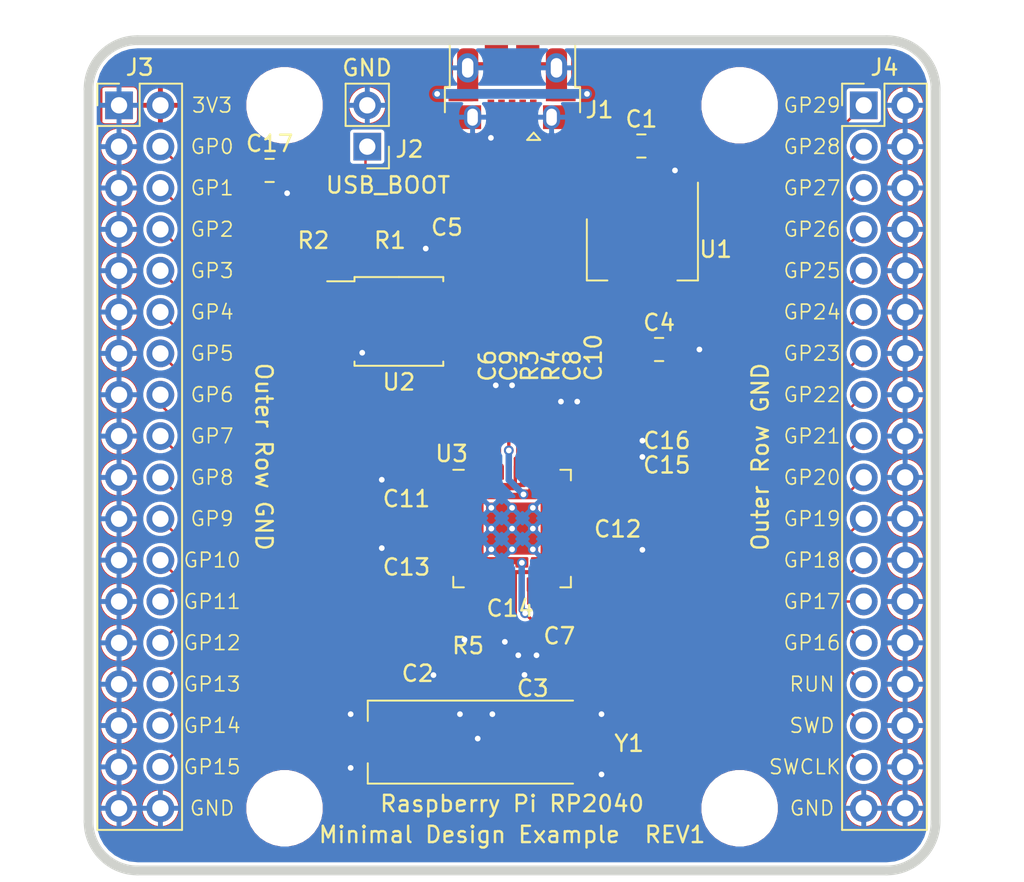
<source format=kicad_pcb>
(kicad_pcb (version 20221018) (generator pcbnew)
  (title_block (title "RP2040 Minimal Design Example") (date "2020-07-13") (rev "REV1") (company "Raspberry Pi (Trading) Ltd"))
  (layers (0 "F.Cu" signal) (31 "B.Cu" signal) (34 "B.Paste" user) (35 "F.Paste" user) (36 "B.SilkS" user "B.Silkscreen") (37 "F.SilkS" user "F.Silkscreen") (38 "B.Mask" user) (39 "F.Mask" user) (44 "Edge.Cuts" user))
  (net 0 "")
  (net 1 "GND")
  (net 2 "VBUS")
  (net 3 "/XIN")
  (net 4 "/XOUT")
  (net 5 "+3V3")
  (net 6 "+1V1")
  (net 7 "Net-(J1-Pad4)")
  (net 8 "/~{USB_BOOT}")
  (net 9 "/GPIO15")
  (net 10 "/GPIO14")
  (net 11 "/GPIO13")
  (net 12 "/GPIO12")
  (net 13 "/GPIO11")
  (net 14 "/GPIO10")
  (net 15 "/GPIO9")
  (net 16 "/GPIO8")
  (net 17 "/GPIO7")
  (net 18 "/GPIO6")
  (net 19 "/GPIO5")
  (net 20 "/GPIO4")
  (net 21 "/GPIO3")
  (net 22 "/GPIO2")
  (net 23 "/GPIO1")
  (net 24 "/GPIO0")
  (net 25 "/GPIO29_ADC3")
  (net 26 "/GPIO28_ADC2")
  (net 27 "/GPIO27_ADC1")
  (net 28 "/GPIO26_ADC0")
  (net 29 "/GPIO25")
  (net 30 "/GPIO24")
  (net 31 "/GPIO23")
  (net 32 "/GPIO22")
  (net 33 "/GPIO21")
  (net 34 "/GPIO20")
  (net 35 "/GPIO19")
  (net 36 "/GPIO18")
  (net 37 "/GPIO17")
  (net 38 "/GPIO16")
  (net 39 "/RUN")
  (net 40 "/SWD")
  (net 41 "/SWCLK")
  (net 42 "/QSPI_SS")
  (net 43 "Net-(R3-Pad2)")
  (net 44 "Net-(R4-Pad2)")
  (net 45 "/QSPI_SD3")
  (net 46 "/QSPI_SCLK")
  (net 47 "/QSPI_SD0")
  (net 48 "/QSPI_SD2")
  (net 49 "/QSPI_SD1")
  (net 50 "/USB_D+")
  (net 51 "/USB_D-")
  (net 52 "Net-(C3-Pad1)")
  (footprint "Capacitor_SMD:C_0805_2012Metric" (layer "F.Cu") (at 109.025 89)
    (fp_text reference "C4")
    (fp_text value "10u")
  )
  (footprint "RP2040_minimal:USB_Micro-B_Amphenol_10103594-0001LF_Horizontal_modified" (layer "F.Cu") (at 100 71.7 180)
    (fp_text reference "J1")
    (fp_text value "USB_B_Micro")
  )
  (footprint "Connector_PinHeader_2.54mm:PinHeader_1x02_P2.54mm_Vertical" (layer "F.Cu") (at 91.11 76.54 180)
    (fp_text reference "J2")
    (fp_text value "Conn_01x02")
  )
  (footprint "Connector_PinHeader_2.54mm:PinHeader_2x18_P2.54mm_Vertical" (layer "F.Cu") (at 75.87 74)
    (fp_text reference "J3")
    (fp_text value "Conn_02x18_Odd_Even")
  )
  (footprint "Capacitor_SMD:C_0402_1005Metric" (layer "F.Cu") (at 104 93.515 90)
    (fp_text reference "C10")
    (fp_text value "1u")
  )
  (footprint "Capacitor_SMD:C_0402_1005Metric" (layer "F.Cu") (at 103 93.515 90)
    (fp_text reference "C8")
    (fp_text value "1u")
  )
  (footprint "Capacitor_SMD:C_0402_1005Metric" (layer "F.Cu") (at 93.515 101.2 180)
    (fp_text reference "C13")
    (fp_text value "100n")
  )
  (footprint "Capacitor_SMD:C_0402_1005Metric" (layer "F.Cu") (at 96.185 82.83 180)
    (fp_text reference "C5")
    (fp_text value "100n")
  )
  (footprint "Capacitor_SMD:C_0402_1005Metric" (layer "F.Cu") (at 89.5 82.315 -90)
    (fp_text reference "R2")
    (fp_text value "DNF")
  )
  (footprint "Connector_PinHeader_2.54mm:PinHeader_2x18_P2.54mm_Vertical" (layer "F.Cu") (at 121.59 74)
    (fp_text reference "J4")
    (fp_text value "Conn_02x18_Odd_Even")
  )
  (footprint "Package_TO_SOT_SMD:SOT-223-3_TabPin2" (layer "F.Cu") (at 108 82.85 -90)
    (fp_text reference "U1")
    (fp_text value "NCP1117-3.3_SOT223")
  )
  (footprint "Package_SO:SOIC-8_5.23x5.23mm_P1.27mm" (layer "F.Cu") (at 93.05 87.275)
    (fp_text reference "U2")
    (fp_text value "W25Q128JVS")
  )
  (footprint "Capacitor_SMD:C_0402_1005Metric" (layer "F.Cu") (at 99.485 109)
    (fp_text reference "C3")
    (fp_text value "27p")
  )
  (footprint "Capacitor_SMD:C_0402_1005Metric" (layer "F.Cu") (at 91 82.315 90)
    (fp_text reference "R1")
    (fp_text value "1k")
  )
  (footprint "Capacitor_SMD:C_0402_1005Metric" (layer "F.Cu") (at 100 92.515 90)
    (fp_text reference "C9")
    (fp_text value "100n")
  )
  (footprint "Capacitor_SMD:C_0402_1005Metric" (layer "F.Cu") (at 106.485 101.2)
    (fp_text reference "C12")
    (fp_text value "100n")
  )
  (footprint "Capacitor_SMD:C_0402_1005Metric" (layer "F.Cu") (at 100.381 106.485 -90)
    (fp_text reference "C14")
    (fp_text value "100n")
  )
  (footprint "Capacitor_SMD:C_0402_1005Metric" (layer "F.Cu") (at 101 93.515 -90)
    (fp_text reference "R3")
    (fp_text value "27")
  )
  (footprint "Capacitor_SMD:C_0402_1005Metric" (layer "F.Cu") (at 101.5 106.485 -90)
    (fp_text reference "C7")
    (fp_text value "100n")
  )
  (footprint "Capacitor_SMD:C_0805_2012Metric" (layer "F.Cu") (at 107.9375 76.5)
    (fp_text reference "C1")
    (fp_text value "10u")
  )
  (footprint "Capacitor_SMD:C_0402_1005Metric" (layer "F.Cu") (at 93.515 97 180)
    (fp_text reference "C11")
    (fp_text value "100n")
  )
  (footprint "Capacitor_SMD:C_0402_1005Metric" (layer "F.Cu") (at 106.485 94.6)
    (fp_text reference "C16")
    (fp_text value "100n")
  )
  (footprint "RP2040_minimal:RP2040-QFN-56" (layer "F.Cu") (at 100 100)
    (fp_text reference "U3")
    (fp_text value "RP2040")
  )
  (footprint "Capacitor_SMD:C_0402_1005Metric" (layer "F.Cu") (at 96.515 109 180)
    (fp_text reference "C2")
    (fp_text value "27p")
  )
  (footprint "MountingHole:MountingHole_2.7mm_M2.5" (layer "F.Cu") (at 113.97 74)
    (fp_text reference "H2" hide)
    (fp_text value "MountingHole")
  )
  (footprint "Capacitor_SMD:C_0402_1005Metric" (layer "F.Cu") (at 102 93.515 -90)
    (fp_text reference "R4")
    (fp_text value "27")
  )
  (footprint "MountingHole:MountingHole_2.7mm_M2.5" (layer "F.Cu") (at 113.97 117.18)
    (fp_text reference "H3" hide)
    (fp_text value "MountingHole")
  )
  (footprint "Capacitor_SMD:C_0402_1005Metric" (layer "F.Cu") (at 99 92.515 90)
    (fp_text reference "C6")
    (fp_text value "100n")
  )
  (footprint "Capacitor_SMD:C_0402_1005Metric" (layer "F.Cu") (at 106.485 96)
    (fp_text reference "C15")
    (fp_text value "100n")
  )
  (footprint "Capacitor_SMD:C_0402_1005Metric" (layer "F.Cu") (at 98.7 107.115 -90)
    (fp_text reference "R5")
    (fp_text value "1k")
  )
  (footprint "MountingHole:MountingHole_2.7mm_M2.5" (layer "F.Cu") (at 86.03 74)
    (fp_text reference "H1" hide)
    (fp_text value "MountingHole")
  )
  (footprint "MountingHole:MountingHole_2.7mm_M2.5" (layer "F.Cu") (at 86.03 117.18)
    (fp_text reference "H4" hide)
    (fp_text value "MountingHole")
  )
  (footprint "RP2040_minimal:Crystal_SMD_HC49-US" (layer "F.Cu") (at 97.841 113.116)
    (fp_text reference "Y1")
    (fp_text value "ABLS-12.000MHZ-B4-T")
  )
  (footprint "Capacitor_SMD:C_0805_2012Metric" (layer "F.Cu") (at 85.115 78)
    (fp_text reference "C17")
    (fp_text value "10u")
  )
  (gr_line (start 123 121) (end 77 121) (stroke (width 0.6)) (layer "Edge.Cuts"))
  (gr_line (start 126 73) (end 126 118) (stroke (width 0.6)) (layer "Edge.Cuts"))
  (gr_line (start 77 70) (end 123 70) (stroke (width 0.6)) (layer "Edge.Cuts"))
  (gr_line (start 74 118) (end 74 73) (stroke (width 0.6)) (layer "Edge.Cuts"))
  (gr_arc (start 77 121) (mid 74.87868 120.12132) (end 74 118) (stroke (width 0.6)) (layer "Edge.Cuts"))
  (gr_arc (start 74 73) (mid 74.87868 70.87868) (end 77 70) (stroke (width 0.6)) (layer "Edge.Cuts"))
  (gr_arc (start 123 70) (mid 125.12132 70.87868) (end 126 73) (stroke (width 0.6)) (layer "Edge.Cuts"))
  (gr_arc (start 126 118) (mid 125.12132 120.12132) (end 123 121) (stroke (width 0.6)) (layer "Edge.Cuts"))
  (gr_text "GP1" (at 81.585 79.08) (layer "F.SilkS") (effects (font (size 0.9 0.9) (thickness 0.1))))
  (gr_text "GP2" (at 81.585 81.62) (layer "F.SilkS") (effects (font (size 0.9 0.9) (thickness 0.1))))
  (gr_text "GP3" (at 81.585 84.16) (layer "F.SilkS") (effects (font (size 0.9 0.9) (thickness 0.1))))
  (gr_text "GP4" (at 81.585 86.7) (layer "F.SilkS") (effects (font (size 0.9 0.9) (thickness 0.1))))
  (gr_text "GP5" (at 81.585 89.24) (layer "F.SilkS") (effects (font (size 0.9 0.9) (thickness 0.1))))
  (gr_text "GP6" (at 81.585 91.78) (layer "F.SilkS") (effects (font (size 0.9 0.9) (thickness 0.1))))
  (gr_text "GP7" (at 81.585 94.32) (layer "F.SilkS") (effects (font (size 0.9 0.9) (thickness 0.1))))
  (gr_text "GP8" (at 81.585 96.86) (layer "F.SilkS") (effects (font (size 0.9 0.9) (thickness 0.1))))
  (gr_text "GP9" (at 81.585 99.4) (layer "F.SilkS") (effects (font (size 0.9 0.9) (thickness 0.1))))
  (gr_text "GP11" (at 81.585 104.48) (layer "F.SilkS") (effects (font (size 0.9 0.9) (thickness 0.1))))
  (gr_text "GP10" (at 81.585 101.94) (layer "F.SilkS") (effects (font (size 0.9 0.9) (thickness 0.1))))
  (gr_text "GP12" (at 81.585 107.02) (layer "F.SilkS") (effects (font (size 0.9 0.9) (thickness 0.1))))
  (gr_text "GP13" (at 81.585 109.56) (layer "F.SilkS") (effects (font (size 0.9 0.9) (thickness 0.1))))
  (gr_text "GP15" (at 81.585 114.64) (layer "F.SilkS") (effects (font (size 0.9 0.9) (thickness 0.1))))
  (gr_text "GP14" (at 81.585 112.1) (layer "F.SilkS") (effects (font (size 0.9 0.9) (thickness 0.1))))
  (gr_text "GP28" (at 118.415 76.54) (layer "F.SilkS") (effects (font (size 0.9 0.9) (thickness 0.1))))
  (gr_text "GP27" (at 118.415 79.08) (layer "F.SilkS") (effects (font (size 0.9 0.9) (thickness 0.1))))
  (gr_text "GP26" (at 118.415 81.62) (layer "F.SilkS") (effects (font (size 0.9 0.9) (thickness 0.1))))
  (gr_text "GP25" (at 118.415 84.16) (layer "F.SilkS") (effects (font (size 0.9 0.9) (thickness 0.1))))
  (gr_text "GP24" (at 118.415 86.7) (layer "F.SilkS") (effects (font (size 0.9 0.9) (thickness 0.1))))
  (gr_text "GP23" (at 118.415 89.24) (layer "F.SilkS") (effects (font (size 0.9 0.9) (thickness 0.1))))
  (gr_text "GP21" (at 118.415 94.32) (layer "F.SilkS") (effects (font (size 0.9 0.9) (thickness 0.1))))
  (gr_text "GP20" (at 118.415 96.86) (layer "F.SilkS") (effects (font (size 0.9 0.9) (thickness 0.1))))
  (gr_text "GP19" (at 118.415 99.4) (layer "F.SilkS") (effects (font (size 0.9 0.9) (thickness 0.1))))
  (gr_text "GP17" (at 118.415 104.48) (layer "F.SilkS") (effects (font (size 0.9 0.9) (thickness 0.1))))
  (gr_text "GP22" (at 118.415 91.78) (layer "F.SilkS") (effects (font (size 0.9 0.9) (thickness 0.1))))
  (gr_text "GP18" (at 118.415 101.94) (layer "F.SilkS") (effects (font (size 0.9 0.9) (thickness 0.1))))
  (gr_text "SWCLK" (at 117.9705 114.64) (layer "F.SilkS") (effects (font (size 0.9 0.9) (thickness 0.1))))
  (gr_text "SWD" (at 118.415 112.1) (layer "F.SilkS") (effects (font (size 0.9 0.9) (thickness 0.1))))
  (gr_text "GP16" (at 118.415 107.02) (layer "F.SilkS") (effects (font (size 0.9 0.9) (thickness 0.1))))
  (gr_text "RUN" (at 118.415 109.56) (layer "F.SilkS") (effects (font (size 0.9 0.9) (thickness 0.1))))
  (gr_text "GND" (at 81.585 117.18) (layer "F.SilkS") (effects (font (size 0.9 0.9) (thickness 0.1))))
  (gr_text "GND" (at 118.415 117.18) (layer "F.SilkS") (effects (font (size 0.9 0.9) (thickness 0.1))))
  (gr_text "GP29" (at 118.415 74) (layer "F.SilkS") (effects (font (size 0.9 0.9) (thickness 0.1))))
  (gr_text "Outer Row GND" (at 84.76 95.59 270) (layer "F.SilkS") (effects (font (size 1 1))))
  (gr_text "Outer Row GND" (at 115.24 95.59 90) (layer "F.SilkS") (effects (font (size 1 1))))
  (gr_text "Raspberry Pi RP2040" (at 100 116.9) (layer "F.SilkS") (effects (font (size 1 1))))
  (gr_text "\nUSB_BOOT" (at 92.38 78.1) (layer "F.SilkS") (effects (font (size 1 1))))
  (gr_text "GP0" (at 81.585 76.54) (layer "F.SilkS") (effects (font (size 0.9 0.9) (thickness 0.1))))
  (gr_text "GND" (at 91.1 71.7) (layer "F.SilkS") (effects (font (size 1 1))))
  (gr_text "3V3" (at 81.585 74) (layer "F.SilkS") (effects (font (size 0.9 0.9) (thickness 0.1))))
  (gr_text "Minimal Design Example  REV1" (at 100 118.8) (layer "F.SilkS") (effects (font (size 1 1))))
  (segment (start 93.03 101.2) (end 92 101.2) (width 0.2) (layer "F.Cu") (net 1))
  (segment (start 100.381 107.781984) (end 100.380994 107.78199) (width 0.2) (layer "F.Cu") (net 1))
  (segment (start 95.7 82.83) (end 95.405 82.83) (width 0.2) (layer "F.Cu") (net 1))
  (segment (start 99.97 109) (end 100.7505 109) (width 0.15) (layer "F.Cu") (net 1))
  (segment (start 99 104.6545) (end 97.079 106.5755) (width 0.15) (layer "F.Cu") (net 1))
  (segment (start 108.875 76.875) (end 110 78) (width 0.2) (layer "F.Cu") (net 1))
  (segment (start 95.405 82.83) (end 95.375 82.8) (width 0.2) (layer "F.Cu") (net 1))
  (segment (start 99.97 108.68) (end 99.5555 108.2655) (width 0.15) (layer "F.Cu") (net 1))
  (segment (start 107.6 96) (end 108 95.6) (width 0.15) (layer "F.Cu") (net 1))
  (segment (start 103 93.03) (end 103 92.2) (width 0.2) (layer "F.Cu") (net 1))
  (segment (start 106.97 96) (end 107.6 96) (width 0.15) (layer "F.Cu") (net 1))
  (segment (start 96.03 109) (end 95.174 109) (width 0.2) (layer "F.Cu") (net 1))
  (segment (start 98.7 74.6) (end 98.7 76) (width 0.2) (layer "F.Cu") (net 1))
  (segment (start 101.5 106.97) (end 101.5 107.782004) (width 0.2) (layer "F.Cu") (net 1))
  (segment (start 89.45 89.18) (end 90.78 89.18) (width 0.2) (layer "F.Cu") (net 1))
  (segment (start 93.03 97) (end 92 97) (width 0.2) (layer "F.Cu") (net 1))
  (segment (start 110.3 78.3) (end 110 78) (width 0.2) (layer "F.Cu") (net 1))
  (segment (start 108.875 76.5) (end 108.875 76.875) (width 0.2) (layer "F.Cu") (net 1))
  (segment (start 97.54 71.45) (end 97.27 71.72) (width 0.2) (layer "F.Cu") (net 1))
  (segment (start 107.075 101.305) (end 108 101.305) (width 0.2) (layer "F.Cu") (net 1))
  (segment (start 90.78 89.18) (end 90.8 89.2) (width 0.2) (layer "F.Cu") (net 1))
  (segment (start 100 92.03) (end 100 91.2) (width 0.2) (layer "F.Cu") (net 1))
  (segment (start 86.14 78) (end 86.14 79.25) (width 0.15) (layer "F.Cu") (net 1))
  (segment (start 86.14 78.95) (end 86.19 79) (width 0.15) (layer "F.Cu") (net 1))
  (segment (start 99.04 71.45) (end 97.54 71.45) (width 0.2) (layer "F.Cu") (net 1))
  (segment (start 110.05 89) (end 111.5 89) (width 0.2) (layer "F.Cu") (net 1))
  (segment (start 100.96 71.45) (end 102.46 71.45) (width 0.2) (layer "F.Cu") (net 1))
  (segment (start 102.46 71.45) (end 102.73 71.72) (width 0.2) (layer "F.Cu") (net 1))
  (segment (start 106.97 94.6) (end 108 94.6) (width 0.2) (layer "F.Cu") (net 1))
  (segment (start 99.97 109) (end 99.97 108.68) (width 0.15) (layer "F.Cu") (net 1))
  (segment (start 95.375 82.8) (end 94.7 82.8) (width 0.2) (layer "F.Cu") (net 1))
  (segment (start 100.381 106.97) (end 100.381 107.781984) (width 0.2) (layer "F.Cu") (net 1))
  (segment (start 99 92.03) (end 99 91.200008) (width 0.2) (layer "F.Cu") (net 1))
  (segment (start 99 113.35) (end 99 114.4) (width 0.2) (layer "F.Cu") (net 1))
  (segment (start 104 93.03) (end 104 92.2) (width 0.2) (layer "F.Cu") (net 1))
  (segment (start 96.8 111.65) (end 96.8 110.599974) (width 0.2) (layer "F.Cu") (net 1))
  (segment (start 99 103.4375) (end 99 104.6545) (width 0.15) (layer "F.Cu") (net 1))
  (segment (start 110.3 79.7) (end 110.3 78.3) (width 0.2) (layer "F.Cu") (net 1))
  (segment (start 99.5555 108.2655) (end 99.5555 108.0995) (width 0.15) (layer "F.Cu") (net 1))
  (segment (start 86.19 79) (end 86.19 79.1) (width 0.15) (layer "F.Cu") (net 1))
  (segment (start 97.079 106.5755) (end 97.079 106.8295) (width 0.15) (layer "F.Cu") (net 1))
  (segment (start 106.97 101.2) (end 107.075 101.305) (width 0.2) (layer "F.Cu") (net 1))
  (segment (start 100.7505 109) (end 100.762 108.9885) (width 0.15) (layer "F.Cu") (net 1))
  (via (at 99.5555 106.9565) (size 0.6) (drill 0.35) (layers "F.Cu" "B.Cu") (net 1))
  (via (at 97.89 112.9) (size 0.6) (drill 0.35) (layers "F.Cu" "B.Cu") (net 1))
  (via (at 98.79 111.4) (size 0.6) (drill 0.35) (layers "F.Cu" "B.Cu") (net 1))
  (via (at 90.09 114.7) (size 0.6) (drill 0.35) (layers "F.Cu" "B.Cu") (net 1))
  (via (at 90.09 111.4) (size 0.6) (drill 0.35) (layers "F.Cu" "B.Cu") (net 1))
  (via (at 105.49 111.4) (size 0.6) (drill 0.35) (layers "F.Cu" "B.Cu") (net 1))
  (via (at 95.174 109) (size 0.6) (drill 0.35) (layers "F.Cu" "B.Cu") (net 1))
  (via (at 105.49 115.1) (size 0.6) (drill 0.35) (layers "F.Cu" "B.Cu") (net 1))
  (via (at 90.8 89.2) (size 0.6) (drill 0.35) (layers "F.Cu" "B.Cu") (net 1))
  (via (at 110 78) (size 0.6) (drill 0.35) (layers "F.Cu" "B.Cu") (net 1))
  (via (at 101.5 107.782004) (size 0.6) (drill 0.35) (layers "F.Cu" "B.Cu") (net 1))
  (via (at 98.7 76) (size 0.6) (drill 0.35) (layers "F.Cu" "B.Cu") (net 1))
  (via (at 97.079 106.8295) (size 0.6) (drill 0.35) (layers "F.Cu" "B.Cu") (net 1))
  (via (at 86.19 79.4) (size 0.6) (drill 0.35) (layers "F.Cu" "B.Cu") (net 1))
  (via (at 111.5 89) (size 0.6) (drill 0.35) (layers "F.Cu" "B.Cu") (net 1))
  (via (at 100.762 108.9885) (size 0.6) (drill 0.35) (layers "F.Cu" "B.Cu") (net 1))
  (via (at 103 92.2) (size 0.6) (drill 0.35) (layers "F.Cu" "B.Cu") (net 1))
  (via (at 100 91.2) (size 0.6) (drill 0.35) (layers "F.Cu" "B.Cu") (net 1))
  (via (at 94.7 82.8) (size 0.6) (drill 0.35) (layers "F.Cu" "B.Cu") (net 1))
  (via (at 108 94.6) (size 0.6) (drill 0.35) (layers "F.Cu" "B.Cu") (net 1))
  (via (at 104 92.2) (size 0.6) (drill 0.35) (layers "F.Cu" "B.Cu") (net 1))
  (via (at 100.380994 107.78199) (size 0.6) (drill 0.35) (layers "F.Cu" "B.Cu") (net 1))
  (via (at 92 97) (size 0.6) (drill 0.35) (layers "F.Cu" "B.Cu") (net 1))
  (via (at 108 101.305) (size 0.6) (drill 0.35) (layers "F.Cu" "B.Cu") (net 1))
  (via (at 99 91.200008) (size 0.6) (drill 0.35) (layers "F.Cu" "B.Cu") (net 1))
  (via (at 92 101.2) (size 0.6) (drill 0.35) (layers "F.Cu" "B.Cu") (net 1))
  (via (at 96.8 111.4) (size 0.6) (drill 0.35) (layers "F.Cu" "B.Cu") (net 1))
  (via (at 108 95.6) (size 0.6) (drill 0.35) (layers "F.Cu" "B.Cu") (net 1))
  (segment (start 104 93) (end 103.8 93) (width 0.2) (layer "B.Cu") (net 1))
  (segment (start 103.8 93) (end 103.299999 92.499999) (width 0.2) (layer "B.Cu") (net 1))
  (segment (start 103.299999 92.499999) (end 103 92.2) (width 0.2) (layer "B.Cu") (net 1))
  (segment (start 101.3 75.5) (end 102.1 76.3) (width 0.4) (layer "F.Cu") (net 2))
  (segment (start 101.3 74.525) (end 101.3 75.5) (width 0.4) (layer "F.Cu") (net 2))
  (segment (start 97.6505 111.7825) (end 96.317 113.116) (width 0.15) (layer "F.Cu") (net 3))
  (segment (start 96.317 113.116) (end 93.341 113.116) (width 0.15) (layer "F.Cu") (net 3))
  (segment (start 99.4 104.937861) (end 97.8 106.537861) (width 0.15) (layer "F.Cu") (net 3))
  (segment (start 97.8 108.2) (end 97 109) (width 0.15) (layer "F.Cu") (net 3))
  (segment (start 99.4 103.4375) (end 99.4 104.937861) (width 0.15) (layer "F.Cu") (net 3))
  (segment (start 97 109) (end 97.6505 109.6505) (width 0.15) (layer "F.Cu") (net 3))
  (segment (start 97.8 106.537861) (end 97.8 108.2) (width 0.15) (layer "F.Cu") (net 3))
  (segment (start 97.6505 109.6505) (end 97.6505 111.7825) (width 0.15) (layer "F.Cu") (net 3))
  (segment (start 99.8 105.1) (end 98.7 106.2) (width 0.15) (layer "F.Cu") (net 4))
  (segment (start 99.8 103.4375) (end 99.8 105.1) (width 0.15) (layer "F.Cu") (net 4))
  (segment (start 98.7 106.2) (end 98.7 106.63) (width 0.15) (layer "F.Cu") (net 4))
  (segment (start 100.350001 95.549999) (end 100.2 95.7) (width 0.2) (layer "F.Cu") (net 5))
  (segment (start 100.701 106) (end 100.9525 106.2515) (width 0.15) (layer "F.Cu") (net 5))
  (segment (start 96.5625 97.4) (end 97.4 97.4) (width 0.2) (layer "F.Cu") (net 5))
  (segment (start 100.6 97.2) (end 100.4 97.4) (width 0.2) (layer "F.Cu") (net 5))
  (segment (start 102.2 96.5625) (end 102.2 96.1) (width 0.2) (layer "F.Cu") (net 5))
  (segment (start 100.350001 94.112535) (end 100.350001 95.549999) (width 0.2) (layer "F.Cu") (net 5))
  (segment (start 103.4375 101) (end 105.8 101) (width 0.2) (layer "F.Cu") (net 5))
  (segment (start 101.096505 108.307005) (end 102.141995 108.307005) (width 0.15) (layer "F.Cu") (net 5))
  (segment (start 96.65 85.37) (end 96.65 82.85) (width 0.2) (layer "F.Cu") (net 5))
  (segment (start 100.2 103.4375) (end 100.2 102.8) (width 0.2) (layer "F.Cu") (net 5))
  (segment (start 103.4375 97.4) (end 102.6 97.4) (width 0.2) (layer "F.Cu") (net 5))
  (segment (start 103.4375 101) (end 102.6 101) (width 0.2) (layer "F.Cu") (net 5))
  (segment (start 102.2 97.2) (end 102.4 97.4) (width 0.2) (layer "F.Cu") (net 5))
  (segment (start 100.9525 108.163) (end 101.096505 108.307005) (width 0.15) (layer "F.Cu") (net 5))
  (segment (start 102.2 96.5625) (end 102.2 97.2) (width 0.2) (layer "F.Cu") (net 5))
  (segment (start 96.5625 97.4) (end 95.7 97.4) (width 0.2) (layer "F.Cu") (net 5))
  (segment (start 100.2 95.7) (end 100.2 96.5625) (width 0.2) (layer "F.Cu") (net 5))
  (segment (start 100 93.762534) (end 100.350001 94.112535) (width 0.2) (layer "F.Cu") (net 5))
  (segment (start 96.5625 101) (end 97.4 101) (width 0.2) (layer "F.Cu") (net 5))
  (segment (start 100.6 96.5625) (end 100.6 95.799998) (width 0.2) (layer "F.Cu") (net 5))
  (segment (start 100.9525 106.2515) (end 100.9525 108.163) (width 0.15) (layer "F.Cu") (net 5))
  (segment (start 96.65 82.85) (end 96.67 82.83) (width 0.2) (layer "F.Cu") (net 5))
  (segment (start 100.2 103.4375) (end 100.2 105.5055) (width 0.2) (layer "F.Cu") (net 5))
  (segment (start 108 86) (end 108 89) (width 0.2) (layer "F.Cu") (net 5))
  (segment (start 100.6 95.799998) (end 100.350001 95.549999) (width 0.2) (layer "F.Cu") (net 5))
  (segment (start 100.381 105.6865) (end 100.381 106) (width 0.2) (layer "F.Cu") (net 5))
  (segment (start 74.7 72.9) (end 74.7 75.2) (width 0.3) (layer "F.Cu") (net 5))
  (segment (start 100.6 96.5625) (end 100.6 97.2) (width 0.2) (layer "F.Cu") (net 5))
  (segment (start 100 93) (end 100 93.762534) (width 0.2) (layer "F.Cu") (net 5))
  (segment (start 105.8 101) (end 106 101.2) (width 0.2) (layer "F.Cu") (net 5))
  (segment (start 100.381 106) (end 100.701 106) (width 0.15) (layer "F.Cu") (net 5))
  (segment (start 102.2 96.1) (end 103.6 94.7) (width 0.2) (layer "F.Cu") (net 5))
  (segment (start 100.2 102.8) (end 100 102.6) (width 0.2) (layer "F.Cu") (net 5))
  (segment (start 100.2 96.5625) (end 100.2 97.4) (width 0.2) (layer "F.Cu") (net 5))
  (segment (start 100.2 105.5055) (end 100.381 105.6865) (width 0.2) (layer "F.Cu") (net 5))
  (segment (start 94.2 101) (end 94 101.2) (width 0.2) (layer "F.Cu") (net 5))
  (segment (start 96.5625 101) (end 94.2 101) (width 0.2) (layer "F.Cu") (net 5))
  (segment (start 102.6 96.5625) (end 102.6 97.4) (width 0.2) (layer "F.Cu") (net 5))
  (segment (start 100.2 97.4) (end 100.2 97) (width 0.2) (layer "F.Cu") (net 5))
  (via (at 95.4 73.3) (size 0.6) (drill 0.35) (layers "F.Cu" "B.Cu") (net 5))
  (via (at 104.6 73.3) (size 0.6) (drill 0.35) (layers "F.Cu" "B.Cu") (net 5))
  (segment (start 104.6 73.3) (end 95.4 73.3) (width 0.6) (layer "B.Cu") (net 5))
  (segment (start 99.8 96.5625) (end 99.8 95.199994) (width 0.2) (layer "F.Cu") (net 6))
  (segment (start 101.5 105.9) (end 100.8 105.2) (width 0.2) (layer "F.Cu") (net 6))
  (segment (start 101.8 95.8) (end 103 94.6) (width 0.2) (layer "F.Cu") (net 6))
  (segment (start 99.8 94.095) (end 99.8 94.77573) (width 0.2) (layer "F.Cu") (net 6))
  (segment (start 103 94.6) (end 103 94) (width 0.2) (layer "F.Cu") (net 6))
  (segment (start 99 93) (end 99 93.295) (width 0.2) (layer "F.Cu") (net 6))
  (segment (start 101.8 96.5625) (end 101.8 97.4) (width 0.2) (layer "F.Cu") (net 6))
  (segment (start 99 93.295) (end 99.8 94.095) (width 0.2) (layer "F.Cu") (net 6))
  (segment (start 100.6 105) (end 100.8 105.2) (width 0.2) (layer "F.Cu") (net 6))
  (segment (start 99.8 94.77573) (end 99.8 95.199994) (width 0.2) (layer "F.Cu") (net 6))
  (segment (start 101.8 96.5625) (end 101.8 95.8) (width 0.2) (layer "F.Cu") (net 6))
  (segment (start 100.6 103.4375) (end 100.6 105) (width 0.2) (layer "F.Cu") (net 6))
  (segment (start 100.4 98) (end 100.5 97.9) (width 0.15) (layer "F.Cu") (net 6))
  (segment (start 100.5 97.9) (end 100.7 97.9) (width 0.15) (layer "F.Cu") (net 6))
  (segment (start 101.5 106) (end 101.5 105.9) (width 0.2) (layer "F.Cu") (net 6))
  (via (at 99.8 95.199994) (size 0.6) (drill 0.35) (layers "F.Cu" "B.Cu") (net 6))
  (via (at 100.59997 102.1) (size 0.6) (drill 0.35) (layers "F.Cu" "B.Cu") (net 6))
  (via (at 100.7 97.9) (size 0.6) (drill 0.35) (layers "F.Cu" "B.Cu") (net 6))
  (via (at 100.8 105.2) (size 0.6) (drill 0.35) (layers "F.Cu" "B.Cu") (net 6))
  (segment (start 99.8 95.199994) (end 99.8 97.01) (width 0.4) (layer "B.Cu") (net 6))
  (segment (start 100.59 104.99) (end 100.59 102.10997) (width 0.4) (layer "B.Cu") (net 6))
  (segment (start 100.8 105.2) (end 100.59 104.99) (width 0.4) (layer "B.Cu") (net 6))
  (segment (start 100.69 97.9) (end 100.7 97.9) (width 0.4) (layer "B.Cu") (net 6))
  (segment (start 100.59 102.10997) (end 100.59997 102.1) (width 0.4) (layer "B.Cu") (net 6))
  (segment (start 99.8 97.01) (end 100.69 97.9) (width 0.4) (layer "B.Cu") (net 6))
  (segment (start 91 81.83) (end 91 76.65) (width 0.15) (layer "F.Cu") (net 8))
  (segment (start 91 76.65) (end 91.11 76.54) (width 0.15) (layer "F.Cu") (net 8))
  (segment (start 96.687861 106.35) (end 86.7 106.35) (width 0.15) (layer "F.Cu") (net 9))
  (segment (start 98.6 103.4375) (end 98.6 104.437861) (width 0.15) (layer "F.Cu") (net 9))
  (segment (start 98.6 104.437861) (end 96.687861 106.35) (width 0.15) (layer "F.Cu") (net 9))
  (segment (start 86.7 106.35) (end 78.41 114.64) (width 0.15) (layer "F.Cu") (net 9))
  (segment (start 98.2 103.4375) (end 98.2 104.19) (width 0.15) (layer "F.Cu") (net 10))
  (segment (start 96.675 105.715) (end 84.795 105.715) (width 0.15) (layer "F.Cu") (net 10))
  (segment (start 98.2 104.19) (end 96.675 105.715) (width 0.15) (layer "F.Cu") (net 10))
  (segment (start 84.795 105.715) (end 78.41 112.1) (width 0.15) (layer "F.Cu") (net 10))
  (segment (start 82.89 105.08) (end 78.41 109.56) (width 0.15) (layer "F.Cu") (net 11))
  (segment (start 97.8 103.4375) (end 97.8 103.875) (width 0.15) (layer "F.Cu") (net 11))
  (segment (start 96.595 105.08) (end 82.89 105.08) (width 0.15) (layer "F.Cu") (net 11))
  (segment (start 97.8 103.875) (end 96.595 105.08) (width 0.15) (layer "F.Cu") (net 11))
  (segment (start 80.985 104.445) (end 78.41 107.02) (width 0.15) (layer "F.Cu") (net 12))
  (segment (start 97.0975 103.5375) (end 96.19 104.445) (width 0.15) (layer "F.Cu") (net 12))
  (segment (start 97.4 103.4375) (end 97.3 103.5375) (width 0.15) (layer "F.Cu") (net 12))
  (segment (start 96.19 104.445) (end 80.985 104.445) (width 0.15) (layer "F.Cu") (net 12))
  (segment (start 97.3 103.5375) (end 97.0975 103.5375) (width 0.15) (layer "F.Cu") (net 12))
  (segment (start 94.92 103.81) (end 79.08 103.81) (width 0.15) (layer "F.Cu") (net 13))
  (segment (start 79.08 103.81) (end 78.41 104.48) (width 0.15) (layer "F.Cu") (net 13))
  (segment (start 96.5625 102.6) (end 96.13 102.6) (width 0.15) (layer "F.Cu") (net 13))
  (segment (start 96.13 102.6) (end 94.92 103.81) (width 0.15) (layer "F.Cu") (net 13))
  (segment (start 79.645 103.175) (end 78.41 101.94) (width 0.15) (layer "F.Cu") (net 14))
  (segment (start 96.5625 102.2) (end 95.26 102.2) (width 0.15) (layer "F.Cu") (net 14))
  (segment (start 95.26 102.2) (end 94.285 103.175) (width 0.15) (layer "F.Cu") (net 14))
  (segment (start 94.285 103.175) (end 79.645 103.175) (width 0.15) (layer "F.Cu") (net 14))
  (segment (start 96.5625 101.8) (end 95.025 101.8) (width 0.15) (layer "F.Cu") (net 15))
  (segment (start 81.55 102.54) (end 78.41 99.4) (width 0.15) (layer "F.Cu") (net 15))
  (segment (start 95.025 101.8) (end 94.285 102.54) (width 0.15) (layer "F.Cu") (net 15))
  (segment (start 94.285 102.54) (end 81.55 102.54) (width 0.15) (layer "F.Cu") (net 15))
  (segment (start 94.285 101.905) (end 83.455 101.905) (width 0.15) (layer "F.Cu") (net 16))
  (segment (start 83.455 101.905) (end 78.41 96.86) (width 0.15) (layer "F.Cu") (net 16))
  (segment (start 96.5625 101.4) (end 94.79 101.4) (width 0.15) (layer "F.Cu") (net 16))
  (segment (start 94.79 101.4) (end 94.285 101.905) (width 0.15) (layer "F.Cu") (net 16))
  (segment (start 96.5625 100.6) (end 84.69 100.6) (width 0.15) (layer "F.Cu") (net 17))
  (segment (start 84.69 100.6) (end 78.41 94.32) (width 0.15) (layer "F.Cu") (net 17))
  (segment (start 78.41 92.38) (end 78.41 91.78) (width 0.15) (layer "F.Cu") (net 18))
  (segment (start 86.23 100.2) (end 78.41 92.38) (width 0.15) (layer "F.Cu") (net 18))
  (segment (start 96.5625 100.2) (end 86.23 100.2) (width 0.15) (layer "F.Cu") (net 18))
  (segment (start 79.68 90.51) (end 78.41 89.24) (width 0.15) (layer "F.Cu") (net 19))
  (segment (start 79.68 92.38) (end 79.68 90.51) (width 0.15) (layer "F.Cu") (net 19))
  (segment (start 96.5625 99.8) (end 87.1 99.8) (width 0.15) (layer "F.Cu") (net 19))
  (segment (start 87.1 99.8) (end 79.68 92.38) (width 0.15) (layer "F.Cu") (net 19))
  (segment (start 80.95 92.38) (end 80.95 89.24) (width 0.15) (layer "F.Cu") (net 20))
  (segment (start 96.5625 99.4) (end 87.97 99.4) (width 0.15) (layer "F.Cu") (net 20))
  (segment (start 80.95 89.24) (end 78.41 86.7) (width 0.15) (layer "F.Cu") (net 20))
  (segment (start 87.97 99.4) (end 80.95 92.38) (width 0.15) (layer "F.Cu") (net 20))
  (segment (start 78.4275 84.16) (end 78.41 84.16) (width 0.15) (layer "F.Cu") (net 21))
  (segment (start 82.22 87.9525) (end 78.4275 84.16) (width 0.15) (layer "F.Cu") (net 21))
  (segment (start 82.22 92.38) (end 82.22 87.9525) (width 0.15) (layer "F.Cu") (net 21))
  (segment (start 96.5625 99) (end 88.84 99) (width 0.15) (layer "F.Cu") (net 21))
  (segment (start 88.84 99) (end 82.22 92.38) (width 0.15) (layer "F.Cu") (net 21))
  (segment (start 83.49 86.6825) (end 78.4275 81.62) (width 0.15) (layer "F.Cu") (net 22))
  (segment (start 78.4275 81.62) (end 78.41 81.62) (width 0.15) (layer "F.Cu") (net 22))
  (segment (start 83.49 92.38) (end 83.49 86.6825) (width 0.15) (layer "F.Cu") (net 22))
  (segment (start 96.5625 98.6) (end 89.71 98.6) (width 0.15) (layer "F.Cu") (net 22))
  (segment (start 89.71 98.6) (end 83.49 92.38) (width 0.15) (layer "F.Cu") (net 22))
  (segment (start 84.76 92.38) (end 84.76 85.4125) (width 0.15) (layer "F.Cu") (net 23))
  (segment (start 96.5625 98.2) (end 90.58 98.2) (width 0.15) (layer "F.Cu") (net 23))
  (segment (start 90.58 98.2) (end 84.76 92.38) (width 0.15) (layer "F.Cu") (net 23))
  (segment (start 78.4275 79.08) (end 78.41 79.08) (width 0.15) (layer "F.Cu") (net 23))
  (segment (start 84.76 85.4125) (end 78.4275 79.08) (width 0.15) (layer "F.Cu") (net 23))
  (segment (start 91.45 97.8) (end 86.03 92.38) (width 0.15) (layer "F.Cu") (net 24))
  (segment (start 86.03 92.38) (end 86.03 84.16) (width 0.15) (layer "F.Cu") (net 24))
  (segment (start 86.03 84.16) (end 78.41 76.54) (width 0.15) (layer "F.Cu") (net 24))
  (segment (start 96.5625 97.8) (end 91.45 97.8) (width 0.15) (layer "F.Cu") (net 24))
  (segment (start 121.58125 74) (end 121.59 74) (width 0.15) (layer "F.Cu") (net 25))
  (segment (start 112.065 83.51625) (end 121.58125 74) (width 0.15) (layer "F.Cu") (net 25))
  (segment (start 112.065 92.38) (end 112.065 83.51625) (width 0.15) (layer "F.Cu") (net 25))
  (segment (start 106.645 97.8) (end 112.065 92.38) (width 0.15) (layer "F.Cu") (net 25))
  (segment (start 103.4375 97.8) (end 106.645 97.8) (width 0.15) (layer "F.Cu") (net 25))
  (segment (start 113.335 84.795) (end 120.93 77.2) (width 0.15) (layer "F.Cu") (net 26))
  (segment (start 113.335 92.38) (end 113.335 84.795) (width 0.15) (layer "F.Cu") (net 26))
  (segment (start 107.515 98.2) (end 113.335 92.38) (width 0.15) (layer "F.Cu") (net 26))
  (segment (start 120.93 77.2) (end 121.59 76.54) (width 0.15) (layer "F.Cu") (net 26))
  (segment (start 103.4375 98.2) (end 107.515 98.2) (width 0.15) (layer "F.Cu") (net 26))
  (segment (start 114.605 86.065) (end 120.92 79.75) (width 0.15) (layer "F.Cu") (net 27))
  (segment (start 108.385 98.6) (end 114.605 92.38) (width 0.15) (layer "F.Cu") (net 27))
  (segment (start 103.4375 98.6) (end 108.385 98.6) (width 0.15) (layer "F.Cu") (net 27))
  (segment (start 120.92 79.75) (end 121.59 79.08) (width 0.15) (layer "F.Cu") (net 27))
  (segment (start 114.605 92.38) (end 114.605 86.065) (width 0.15) (layer "F.Cu") (net 27))
  (segment (start 115.875 87.335) (end 120.92 82.29) (width 0.15) (layer "F.Cu") (net 28))
  (segment (start 103.4375 99) (end 109.2725 99) (width 0.15) (layer "F.Cu") (net 28))
  (segment (start 120.92 82.29) (end 121.59 81.62) (width 0.15) (layer "F.Cu") (net 28))
  (segment (start 109.2725 99) (end 115.875 92.3975) (width 0.15) (layer "F.Cu") (net 28))
  (segment (start 115.875 92.3975) (end 115.875 87.335) (width 0.15) (layer "F.Cu") (net 28))
  (segment (start 117.145 88.605) (end 120.92 84.83) (width 0.15) (layer "F.Cu") (net 29))
  (segment (start 103.4375 99.4) (end 110.125 99.4) (width 0.15) (layer "F.Cu") (net 29))
  (segment (start 120.92 84.83) (end 121.59 84.16) (width 0.15) (layer "F.Cu") (net 29))
  (segment (start 110.125 99.4) (end 117.145 92.38) (width 0.15) (layer "F.Cu") (net 29))
  (segment (start 117.145 92.38) (end 117.145 88.605) (width 0.15) (layer "F.Cu") (net 29))
  (segment (start 120.92 87.37) (end 121.59 86.7) (width 0.15) (layer "F.Cu") (net 30))
  (segment (start 118.415 89.875) (end 120.92 87.37) (width 0.15) (layer "F.Cu") (net 30))
  (segment (start 103.4375 99.8) (end 110.995 99.8) (width 0.15) (layer "F.Cu") (net 30))
  (segment (start 110.995 99.8) (end 118.415 92.38) (width 0.15) (layer "F.Cu") (net 30))
  (segment (start 118.415 92.38) (end 118.415 89.875) (width 0.15) (layer "F.Cu") (net 30))
  (segment (start 121.59 89.24) (end 119.685 91.145) (width 0.15) (layer "F.Cu") (net 31))
  (segment (start 119.685 92.38) (end 111.865 100.2) (width 0.15) (layer "F.Cu") (net 31))
  (segment (start 111.865 100.2) (end 105.2 100.2) (width 0.15) (layer "F.Cu") (net 31))
  (segment (start 105.2 100.2) (end 103.4375 100.2) (width 0.15) (layer "F.Cu") (net 31))
  (segment (start 119.685 91.145) (end 119.685 92.38) (width 0.15) (layer "F.Cu") (net 31))
  (segment (start 103.4375 100.6) (end 112.77 100.6) (width 0.15) (layer "F.Cu") (net 32))
  (segment (start 112.77 100.6) (end 120.32 93.05) (width 0.15) (layer "F.Cu") (net 32))
  (segment (start 120.32 93.05) (end 121.59 91.78) (width 0.15) (layer "F.Cu") (net 32))
  (segment (start 113.97 101.94) (end 120.32 95.59) (width 0.15) (layer "F.Cu") (net 33))
  (segment (start 103.4375 101.4) (end 104.56875 101.4) (width 0.15) (layer "F.Cu") (net 33))
  (segment (start 105.10875 101.94) (end 113.97 101.94) (width 0.15) (layer "F.Cu") (net 33))
  (segment (start 120.32 95.59) (end 121.59 94.32) (width 0.15) (layer "F.Cu") (net 33))
  (segment (start 104.56875 101.4) (end 105.10875 101.94) (width 0.15) (layer "F.Cu") (net 33))
  (segment (start 115.875 102.575) (end 120.32 98.13) (width 0.15) (layer "F.Cu") (net 34))
  (segment (start 104.305 101.8) (end 105.08 102.575) (width 0.15) (layer "F.Cu") (net 34))
  (segment (start 105.08 102.575) (end 115.875 102.575) (width 0.15) (layer "F.Cu") (net 34))
  (segment (start 120.32 98.13) (end 121.59 96.86) (width 0.15) (layer "F.Cu") (net 34))
  (segment (start 103.4375 101.8) (end 104.305 101.8) (width 0.15) (layer "F.Cu") (net 34))
  (segment (start 120.32 100.67) (end 121.59 99.4) (width 0.15) (layer "F.Cu") (net 35))
  (segment (start 104.07 102.2) (end 105.08 103.21) (width 0.15) (layer "F.Cu") (net 35))
  (segment (start 105.08 103.21) (end 117.78 103.21) (width 0.15) (layer "F.Cu") (net 35))
  (segment (start 103.4375 102.2) (end 104.07 102.2) (width 0.15) (layer "F.Cu") (net 35))
  (segment (start 117.78 103.21) (end 120.32 100.67) (width 0.15) (layer "F.Cu") (net 35))
  (segment (start 119.685 103.845) (end 105.08 103.845) (width 0.15) (layer "F.Cu") (net 36))
  (segment (start 105.08 103.845) (end 103.835 102.6) (width 0.15) (layer "F.Cu") (net 36))
  (segment (start 103.835 102.6) (end 103.4375 102.6) (width 0.15) (layer "F.Cu") (net 36))
  (segment (start 121.59 101.94) (end 119.685 103.845) (width 0.15) (layer "F.Cu") (net 36))
  (segment (start 104.385181 104.48) (end 121.59 104.48) (width 0.15) (layer "F.Cu") (net 37))
  (segment (start 102.6 103.4375) (end 103.342681 103.4375) (width 0.15) (layer "F.Cu") (net 37))
  (segment (start 103.342681 103.4375) (end 104.385181 104.48) (width 0.15) (layer "F.Cu") (net 37))
  (segment (start 103.315 105.115) (end 102.2 104) (width 0.15) (layer "F.Cu") (net 38))
  (segment (start 121.59 107.02) (end 119.685 105.115) (width 0.15) (layer "F.Cu") (net 38))
  (segment (start 102.2 104) (end 102.2 103.4375) (width 0.15) (layer "F.Cu") (net 38))
  (segment (start 119.685 105.115) (end 103.315 105.115) (width 0.15) (layer "F.Cu") (net 38))
  (segment (start 101.8 104.2) (end 101.8 103.4375) (width 0.15) (layer "F.Cu") (net 39))
  (segment (start 103.35 105.75) (end 101.8 104.2) (width 0.15) (layer "F.Cu") (net 39))
  (segment (start 117.78 105.75) (end 103.35 105.75) (width 0.15) (layer "F.Cu") (net 39))
  (segment (start 121.59 109.56) (end 117.78 105.75) (width 0.15) (layer "F.Cu") (net 39))
  (segment (start 101.4 104.4) (end 101.4 103.4375) (width 0.15) (layer "F.Cu") (net 40))
  (segment (start 115.875 106.385) (end 103.385 106.385) (width 0.15) (layer "F.Cu") (net 40))
  (segment (start 121.59 112.1) (end 115.875 106.385) (width 0.15) (layer "F.Cu") (net 40))
  (segment (start 103.385 106.385) (end 101.4 104.4) (width 0.15) (layer "F.Cu") (net 40))
  (segment (start 101 104.611499) (end 101 103.4375) (width 0.15) (layer "F.Cu") (net 41))
  (segment (start 121.59 114.64) (end 113.97 107.02) (width 0.15) (layer "F.Cu") (net 41))
  (segment (start 103.408501 107.02) (end 101 104.611499) (width 0.15) (layer "F.Cu") (net 41))
  (segment (start 113.97 107.02) (end 103.408501 107.02) (width 0.15) (layer "F.Cu") (net 41))
  (segment (start 89.45 85.37) (end 88.93 85.37) (width 0.15) (layer "F.Cu") (net 42))
  (segment (start 89.45 82.85) (end 89.5 82.8) (width 0.15) (layer "F.Cu") (net 42))
  (segment (start 87.5 90.2) (end 88.6 91.3) (width 0.15) (layer "F.Cu") (net 42))
  (segment (start 89.45 85.37) (end 89.45 82.85) (width 0.15) (layer "F.Cu") (net 42))
  (segment (start 88.6 91.3) (end 92.3 91.3) (width 0.15) (layer "F.Cu") (net 42))
  (segment (start 92.3 91.3) (end 97.4 96.4) (width 0.15) (layer "F.Cu") (net 42))
  (segment (start 97.4 96.4) (end 97.4 96.6) (width 0.15) (layer "F.Cu") (net 42))
  (segment (start 88.93 85.37) (end 87.5 86.8) (width 0.15) (layer "F.Cu") (net 42))
  (segment (start 89.5 82.8) (end 91 82.8) (width 0.15) (layer "F.Cu") (net 42))
  (segment (start 87.5 86.8) (end 87.5 90.2) (width 0.15) (layer "F.Cu") (net 42))
  (segment (start 97.4 96.6) (end 97.4 96.6275) (width 0.15) (layer "F.Cu") (net 42))
  (segment (start 101 96.5625) (end 101 94) (width 0.2) (layer "F.Cu") (net 43))
  (segment (start 101.4 95.3) (end 102 94.7) (width 0.2) (layer "F.Cu") (net 44))
  (segment (start 101.4 96.5625) (end 101.4 95.3) (width 0.2) (layer "F.Cu") (net 44))
  (segment (start 102 94.7) (end 102 94) (width 0.2) (layer "F.Cu") (net 44))
  (segment (start 99.251321 94.251321) (end 97.9 92.9) (width 0.15) (layer "F.Cu") (net 45))
  (segment (start 99.4 96.5625) (end 99.4 96.125) (width 0.15) (layer "F.Cu") (net 45))
  (segment (start 98.4 87.8) (end 97.24 86.64) (width 0.15) (layer "F.Cu") (net 45))
  (segment (start 97.9 92.9) (end 97.9 91.1) (width 0.15) (layer "F.Cu") (net 45))
  (segment (start 97.24 86.64) (end 96.65 86.64) (width 0.15) (layer "F.Cu") (net 45))
  (segment (start 97.9 91.1) (end 98.4 90.6) (width 0.15) (layer "F.Cu") (net 45))
  (segment (start 98.4 90.6) (end 98.4 87.8) (width 0.15) (layer "F.Cu") (net 45))
  (segment (start 99.4 96.125) (end 99.251321 95.976321) (width 0.15) (layer "F.Cu") (net 45))
  (segment (start 99.251321 95.976321) (end 99.251321 94.251321) (width 0.15) (layer "F.Cu") (net 45))
  (segment (start 97.3 93.1) (end 97.3 90.9) (width 0.15) (layer "F.Cu") (net 46))
  (segment (start 97.3 90.9) (end 97.8 90.4) (width 0.15) (layer "F.Cu") (net 46))
  (segment (start 97.8 88.5) (end 97.21 87.91) (width 0.15) (layer "F.Cu") (net 46))
  (segment (start 97.21 87.91) (end 96.65 87.91) (width 0.15) (layer "F.Cu") (net 46))
  (segment (start 98.95131 94.75131) (end 97.3 93.1) (width 0.15) (layer "F.Cu") (net 46))
  (segment (start 97.8 90.4) (end 97.8 88.5) (width 0.15) (layer "F.Cu") (net 46))
  (segment (start 98.95131 96.52381) (end 98.95131 94.75131) (width 0.15) (layer "F.Cu") (net 46))
  (segment (start 99 96.5725) (end 98.95131 96.52381) (width 0.15) (layer "F.Cu") (net 46))
  (segment (start 96.7 89.23) (end 96.65 89.18) (width 0.15) (layer "F.Cu") (net 47))
  (segment (start 96.7 93.3) (end 96.7 89.23) (width 0.15) (layer "F.Cu") (net 47))
  (segment (start 98.6 96.5725) (end 98.6 95.2) (width 0.15) (layer "F.Cu") (net 47))
  (segment (start 98.6 95.2) (end 96.7 93.3) (width 0.15) (layer "F.Cu") (net 47))
  (segment (start 98.2 96.5725) (end 98.2 95.6) (width 0.15) (layer "F.Cu") (net 48))
  (segment (start 98.2 95.6) (end 90.51 87.91) (width 0.15) (layer "F.Cu") (net 48))
  (segment (start 90.51 87.91) (end 89.45 87.91) (width 0.15) (layer "F.Cu") (net 48))
  (segment (start 88.1 87.5) (end 88.96 86.64) (width 0.15) (layer "F.Cu") (net 49))
  (segment (start 89 90.7) (end 88.1 89.8) (width 0.15) (layer "F.Cu") (net 49))
  (segment (start 88.96 86.64) (end 89.45 86.64) (width 0.15) (layer "F.Cu") (net 49))
  (segment (start 97.8 96) (end 92.5 90.7) (width 0.15) (layer "F.Cu") (net 49))
  (segment (start 88.1 89.8) (end 88.1 87.5) (width 0.15) (layer "F.Cu") (net 49))
  (segment (start 97.8 96.5725) (end 97.8 96) (width 0.15) (layer "F.Cu") (net 49))
  (segment (start 92.5 90.7) (end 89 90.7) (width 0.15) (layer "F.Cu") (net 49))
  (segment (start 100 74.525) (end 100 75.8) (width 0.4) (layer "F.Cu") (net 50))
  (segment (start 99.725 82.596752) (end 99.725 76.4) (width 0.8) (layer "F.Cu") (net 50))
  (segment (start 99.725 76.075) (end 99.725 76.4) (width 0.4) (layer "F.Cu") (net 50))
  (segment (start 101 93.03) (end 101.025 93.005) (width 0.8) (layer "F.Cu") (net 50))
  (segment (start 101.025 83.896752) (end 99.725 82.596752) (width 0.8) (layer "F.Cu") (net 50))
  (segment (start 100 75.8) (end 99.725 76.075) (width 0.4) (layer "F.Cu") (net 50))
  (segment (start 101.025 93.005) (end 101.025 83.896752) (width 0.8) (layer "F.Cu") (net 50))
  (segment (start 100.65 74.525) (end 100.65 76.375) (width 0.4) (layer "F.Cu") (net 51))
  (segment (start 101.975 93.005) (end 101.975 83.503248) (width 0.8) (layer "F.Cu") (net 51))
  (segment (start 100.675 82.203248) (end 100.675 76.4) (width 0.8) (layer "F.Cu") (net 51))
  (segment (start 100.65 76.375) (end 100.675 76.4) (width 0.4) (layer "F.Cu") (net 51))
  (segment (start 101.975 83.503248) (end 100.675 82.203248) (width 0.8) (layer "F.Cu") (net 51))
  (segment (start 102 93.03) (end 101.975 93.005) (width 0.8) (layer "F.Cu") (net 51))
  (segment (start 99 109) (end 98.8025 109) (width 0.15) (layer "F.Cu") (net 52))
  (segment (start 98.7 107.6) (end 98.7 108.2) (width 0.15) (layer "F.Cu") (net 52))
  (segment (start 98.7 108.2) (end 99 108.5) (width 0.15) (layer "F.Cu") (net 52))
  (segment (start 99 108.5) (end 99 109) (width 0.15) (layer "F.Cu") (net 52))
  (segment (start 99.365 113.116) (end 102.341 113.116) (width 0.15) (layer "F.Cu") (net 52))
  (segment (start 98.8025 109) (end 98.0315 109.771) (width 0.15) (layer "F.Cu") (net 52))
  (segment (start 98.0315 111.7825) (end 99.365 113.116) (width 0.15) (layer "F.Cu") (net 52))
  (segment (start 98.0315 109.771) (end 98.0315 111.7825) (width 0.15) (layer "F.Cu") (net 52))
  (zone (net 2) (net_name "VBUS") (layer "F.Cu") (priority 2) (connect_pads (clearance 0.2)) (min_thickness 0.25) (fill yes (thermal_gap 0.508) (thermal_bridge_width 0.508))
    (polygon (pts (xy 108 78) (xy 106.1 78) (xy 106.1 81.6) (xy 101.7 81.6) (xy 101.7 75.8) (xy 104.3 75.8) (xy 104.3 75) (xy 108 75)))
  )
  (zone (net 6) (net_name "+1V1") (layer "F.Cu") (priority 1) (connect_pads yes (clearance 0.15)) (min_thickness 0.15) (fill yes (thermal_gap 0.508) (thermal_bridge_width 0.508))
    (polygon (pts (xy 102 98.2) (xy 98.4 98.2) (xy 98.4 101.6) (xy 101 101.6) (xy 101 102.4) (xy 100.2 102.4) (xy 100.2 102.2) (xy 97.8 102.2) (xy 97.8 97.8) (xy 100.6 97.8) (xy 100.6 97.6) (xy 101 97.6) (xy 101 97.2) (xy 102 97.2)))
  )
  (zone (net 5) (net_name "+3V3") (layer "F.Cu") (connect_pads yes (clearance 0.15)) (min_thickness 0.15) (fill yes (thermal_gap 0.508) (thermal_bridge_width 0.508))
    (polygon (pts (xy 102.8 102.8) (xy 97.2 102.8) (xy 97.2 97.2) (xy 100 97.2) (xy 100.8 97.2) (xy 102.8 97.2)))
  )
  (zone (net 5) (net_name "+3V3") (layer "F.Cu") (connect_pads (clearance 0.25)) (min_thickness 0.2) (fill yes (thermal_gap 0.3) (thermal_bridge_width 0.3))
    (polygon (pts (xy 125.5 120.5) (xy 74.5 120.5) (xy 74.5 70.5) (xy 125.5 70.5)))
    (polygon (pts (xy 120.32 74) (xy 111.43 82.89) (xy 111.43 92.415) (xy 105.715 98.13) (xy 103.81 98.13) (xy 103.81 103.845) (xy 96.19 103.845) (xy 96.19 98.13) (xy 93.015 98.13) (xy 86.665 91.78) (xy 86.665 83.525) (xy 79.68 76.54) (xy 78.41 76.54) (xy 78.41 114.64) (xy 79.68 114.64) (xy 87.3 107.02) (xy 101.905 107.02) (xy 102.54 107.655) (xy 113.335 107.655) (xy 120.32 114.64) (xy 121.59 114.64) (xy 121.59 74)))
    (polygon (pts (xy 98.8 76.2) (xy 98.8 85.2) (xy 88.4 85.2) (xy 87.1 86.4) (xy 87.1 90.4) (xy 88.6 91.8) (xy 92.1 91.8) (xy 97.1 96.8) (xy 101.1 96.8) (xy 101.1 92.2) (xy 102.9 92.2) (xy 102.9 83) (xy 101.7 81.8) (xy 101.7 76.2)))
  )
  (zone (net 1) (net_name "GND") (layer "F.Cu") (priority 1) (connect_pads (clearance 0.25)) (min_thickness 0.254) (fill yes (thermal_gap 0.5) (thermal_bridge_width 0.5))
    (polygon (pts (xy 105.99 108.6) (xy 105.99 116) (xy 89.59 116) (xy 89.59 106.7) (xy 96.69 106.7) (xy 98.79 104.6) (xy 99.99 104.6) (xy 99.99 108.6)))
  )
  (zone (net 1) (net_name "GND") (layer "B.Cu") (connect_pads (clearance 0.2)) (min_thickness 0.2) (fill yes (thermal_gap 0.3) (thermal_bridge_width 0.3))
    (polygon (pts (xy 125.5 120.5) (xy 74.5 120.5) (xy 74.5 70.5) (xy 125.5 70.5)))
  )
)
</source>
